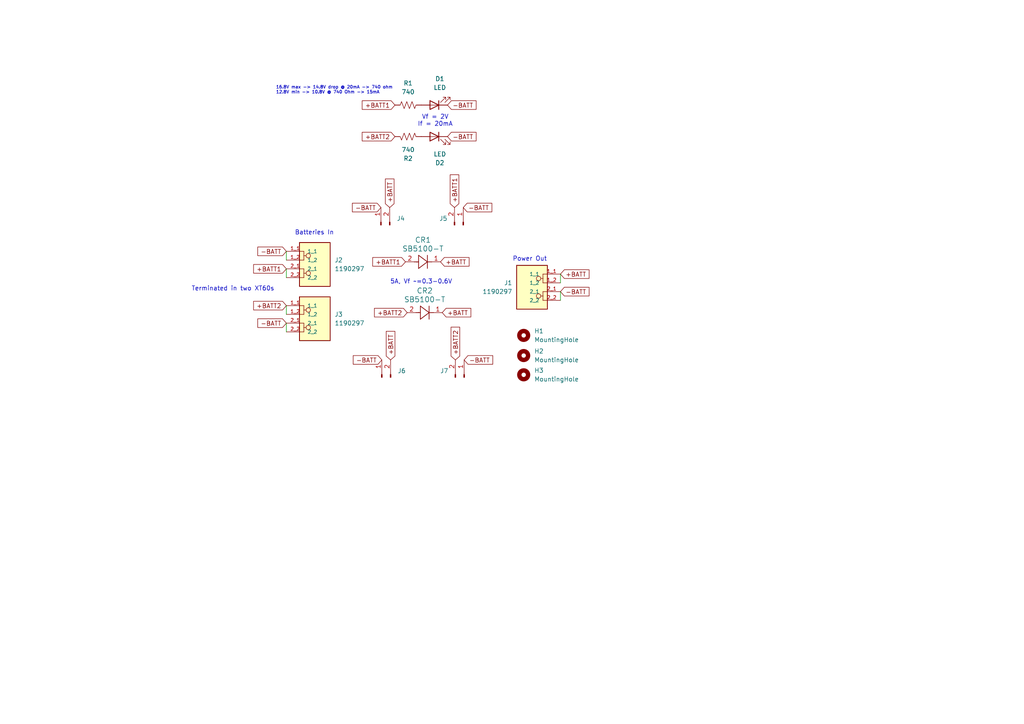
<source format=kicad_sch>
(kicad_sch (version 20231120) (generator "eeschema") (generator_version "8.0")
  (paper "A4")
  (lib_symbols
    (symbol "Connector:Conn_01x02_Pin" (pin_names (offset 1.016) hide)
      (property "Reference" "J" (at 0 2.54 0))
      (property "Value" "Conn_01x02_Pin" (at 0 -5.08 0))
      (symbol "Conn_01x02_Pin_1_1"
        (polyline (pts (xy 1.27 -2.54) (xy 0.8636 -2.54)) (stroke (width 0.1524)))
        (polyline (pts (xy 1.27 0) (xy 0.8636 0)) (stroke (width 0.1524)))
        (rectangle (start 0.8636 -2.413) (end 0 -2.667) (stroke (width 0.1524)) (fill (type outline)))
        (rectangle (start 0.8636 0.127) (end 0 -0.127) (stroke (width 0.1524)) (fill (type outline)))
        (pin passive line (at 5.08 0 180) (length 3.81) (name "Pin_1") (number "1"))
        (pin passive line (at 5.08 -2.54 180) (length 3.81) (name "Pin_2") (number "2"))
      )
    )
    (symbol "Device:LED" (pin_numbers hide) (pin_names (offset 1.016) hide)
      (property "Reference" "D" (at 0 2.54 0))
      (property "Value" "LED" (at 0 -2.54 0))
      (symbol "LED_0_1"
        (polyline (pts (xy -1.27 -1.27) (xy -1.27 1.27)) (stroke (width 0.254)))
        (polyline (pts (xy -1.27 0) (xy 1.27 0)))
        (polyline (pts (xy 1.27 -1.27) (xy 1.27 1.27) (xy -1.27 0) (xy 1.27 -1.27)) (stroke (width 0.254)))
        (polyline (pts (xy -3.048 -0.762) (xy -4.572 -2.286) (xy -3.81 -2.286) (xy -4.572 -2.286) (xy -4.572 -1.524)))
        (polyline (pts (xy -1.778 -0.762) (xy -3.302 -2.286) (xy -2.54 -2.286) (xy -3.302 -2.286) (xy -3.302 -1.524)))
      )
      (symbol "LED_1_1"
        (pin passive line (at -3.81 0 0) (length 2.54) (name "K") (number "1"))
        (pin passive line (at 3.81 0 180) (length 2.54) (name "A") (number "2"))
      )
    )
    (symbol "Device:R_US" (pin_numbers hide) (pin_names (offset 0))
      (property "Reference" "R" (at 2.54 0 90))
      (property "Value" "R_US" (at -2.54 0 90))
      (symbol "R_US_0_1"
        (polyline (pts (xy 0 -2.286) (xy 0 -2.54)))
        (polyline (pts (xy 0 2.286) (xy 0 2.54)))
        (polyline (pts (xy 0 -0.762) (xy 1.016 -1.143) (xy 0 -1.524) (xy -1.016 -1.905) (xy 0 -2.286)))
        (polyline (pts (xy 0 0.762) (xy 1.016 0.381) (xy 0 0) (xy -1.016 -0.381) (xy 0 -0.762)))
        (polyline (pts (xy 0 2.286) (xy 1.016 1.905) (xy 0 1.524) (xy -1.016 1.143) (xy 0 0.762)))
      )
      (symbol "R_US_1_1"
        (pin passive line (at 0 3.81 270) (length 1.27) (name "~") (number "1"))
        (pin passive line (at 0 -3.81 90) (length 1.27) (name "~") (number "2"))
      )
    )
    (symbol "Imported_Symbols:1190297" (pin_names (offset 1.016))
      (property "Reference" "J" (at -2.54 8.89 0))
      (property "Value" "1190297" (at -2.54 -7.62 0))
      (symbol "1190297_0_0"
        (rectangle (start -3.81 -5.08) (end 5.08 7.62) (stroke (width 0.254)) (fill (type background)))
        (circle (center -1.27 -1.27) (radius 0.635) (stroke (width 0.1524)))
        (circle (center -1.27 3.81) (radius 0.635) (stroke (width 0.1524)))
        (polyline (pts (xy -2.54 -1.27) (xy -2.54 -2.54)) (stroke (width 0.1524)))
        (polyline (pts (xy -2.54 -1.27) (xy -1.905 -1.27)) (stroke (width 0.1524)))
        (polyline (pts (xy -2.54 0) (xy -2.54 -1.27)) (stroke (width 0.1524)))
        (polyline (pts (xy -2.54 3.81) (xy -2.54 2.54)) (stroke (width 0.1524)))
        (polyline (pts (xy -2.54 3.81) (xy -1.905 3.81)) (stroke (width 0.1524)))
        (polyline (pts (xy -2.54 5.08) (xy -2.54 3.81)) (stroke (width 0.1524)))
        (pin passive line (at -7.62 5.08 0) (length 5.08) (name "1_1") (number "1_1"))
        (pin passive line (at -7.62 2.54 0) (length 5.08) (name "1_2") (number "1_2"))
        (pin passive line (at -7.62 0 0) (length 5.08) (name "2_1") (number "2_1"))
        (pin passive line (at -7.62 -2.54 0) (length 5.08) (name "2_2") (number "2_2"))
      )
    )
    (symbol "Imported_Symbols:SB5100-T" (pin_names (offset 0.254))
      (property "Reference" "CR" (at 5.08 4.445 0))
      (property "Value" "SB5100-T" (at 5.08 -3.81 0))
      (symbol "SB5100-T_1_1"
        (polyline (pts (xy 2.54 0) (xy 3.4798 0)) (stroke (width 0.2032)))
        (polyline (pts (xy 3.175 0) (xy 3.81 0)) (stroke (width 0.2032)))
        (polyline (pts (xy 3.81 -1.905) (xy 6.35 0)) (stroke (width 0.2032)))
        (polyline (pts (xy 3.81 1.905) (xy 3.81 -1.905)) (stroke (width 0.2032)))
        (polyline (pts (xy 6.35 -1.905) (xy 6.35 1.905)) (stroke (width 0.2032)))
        (polyline (pts (xy 6.35 0) (xy 3.81 1.905)) (stroke (width 0.2032)))
        (polyline (pts (xy 6.35 0) (xy 7.62 0)) (stroke (width 0.2032)))
        (pin unspecified line (at 10.16 0 180) (length 2.54) (name "") (number "1"))
        (pin unspecified line (at 0 0 0) (length 2.54) (name "") (number "2"))
      )
      (symbol "SB5100-T_1_2"
        (polyline (pts (xy -1.905 3.81) (xy 1.905 3.81)) (stroke (width 0.2032)))
        (polyline (pts (xy 0 2.54) (xy 0 3.4798)) (stroke (width 0.2032)))
        (polyline (pts (xy 0 3.175) (xy 0 3.81)) (stroke (width 0.2032)))
        (polyline (pts (xy 0 6.35) (xy -1.905 3.81)) (stroke (width 0.2032)))
        (polyline (pts (xy 0 6.35) (xy 0 7.62)) (stroke (width 0.2032)))
        (polyline (pts (xy 1.905 3.81) (xy 0 6.35)) (stroke (width 0.2032)))
        (polyline (pts (xy 1.905 6.35) (xy -1.905 6.35)) (stroke (width 0.2032)))
        (pin unspecified line (at 0 10.16 270) (length 2.54) (name "") (number "1"))
        (pin unspecified line (at 0 0 90) (length 2.54) (name "") (number "2"))
      )
    )
    (symbol "Mechanical:MountingHole" (pin_names (offset 1.016)) (exclude_from_sim yes) (in_bom no)
      (property "Reference" "H" (at 0 5.08 0))
      (property "Value" "MountingHole" (at 0 3.175 0))
      (symbol "MountingHole_0_1"
        (circle (center 0 0) (radius 1.27) (stroke (width 1.27)))
      )
    )
  )
  (wire (pts (xy 83.058 93.726) (xy 83.058 96.266)))
  (wire (pts (xy 162.56 79.502) (xy 162.56 82.042)))
  (wire (pts (xy 83.058 88.646) (xy 83.058 91.186)))
  (wire (pts (xy 83.058 77.978) (xy 83.058 80.518)))
  (wire (pts (xy 83.058 72.898) (xy 83.058 75.438)))
  (wire (pts (xy 162.56 84.582) (xy 162.56 87.122)))
  (text "16.8V max -> 14.8V drop @ 20mA -> 740 ohm\n12.8V min -> 10.8V @ 740 Ohm -> 15mA" (at 80.01 26.162 0) (effects (font (size 0.889 0.889)) (justify left)))
  (text "Batteries In" (at 91.186 67.564 0) (effects (font (size 1.27 1.27))))
  (text "Power Out" (at 153.67 75.184 0) (effects (font (size 1.27 1.27))))
  (text "Terminated in two XT60s" (at 67.564 83.82 0) (effects (font (size 1.27 1.27))))
  (text "Vf = 2V\nIf = 20mA" (at 126.238 35.052 0) (effects (font (size 1.27 1.27))))
  (text "5A, Vf ~=0.3-0.6V" (at 122.174 81.788 0) (effects (font (size 1.27 1.27))))
  (global_label "+BATT1" (shape input) (at 131.826 60.198 90) (property "Intersheetrefs" "${INTERSHEET_REFS}" (effects (hide yes))))
  (global_label "+BATT1" (shape input) (at 83.058 77.978 180) (property "Intersheetrefs" "${INTERSHEET_REFS}" (effects (hide yes))))
  (global_label "+BATT" (shape input) (at 128.27 90.678 0) (property "Intersheetrefs" "${INTERSHEET_REFS}" (effects (hide yes))))
  (global_label "-BATT" (shape input) (at 134.366 60.198 0) (property "Intersheetrefs" "${INTERSHEET_REFS}" (effects (hide yes))))
  (global_label "-BATT" (shape input) (at 83.058 93.726 180) (property "Intersheetrefs" "${INTERSHEET_REFS}" (effects (hide yes))))
  (global_label "+BATT" (shape input) (at 113.03 60.198 90) (property "Intersheetrefs" "${INTERSHEET_REFS}" (effects (hide yes))))
  (global_label "+BATT1" (shape input) (at 117.602 75.946 180) (property "Intersheetrefs" "${INTERSHEET_REFS}" (effects (hide yes))))
  (global_label "-BATT" (shape input) (at 110.49 60.198 180) (property "Intersheetrefs" "${INTERSHEET_REFS}" (effects (hide yes))))
  (global_label "+BATT1" (shape input) (at 114.554 30.48 180) (property "Intersheetrefs" "${INTERSHEET_REFS}" (effects (hide yes))))
  (global_label "+BATT" (shape input) (at 113.284 104.394 90) (property "Intersheetrefs" "${INTERSHEET_REFS}" (effects (hide yes))))
  (global_label "+BATT2" (shape input) (at 132.08 104.394 90) (property "Intersheetrefs" "${INTERSHEET_REFS}" (effects (hide yes))))
  (global_label "-BATT" (shape input) (at 129.794 39.624 0) (property "Intersheetrefs" "${INTERSHEET_REFS}" (effects (hide yes))))
  (global_label "-BATT" (shape input) (at 129.794 30.48 0) (property "Intersheetrefs" "${INTERSHEET_REFS}" (effects (hide yes))))
  (global_label "-BATT" (shape input) (at 83.058 72.898 180) (property "Intersheetrefs" "${INTERSHEET_REFS}" (effects (hide yes))))
  (global_label "-BATT" (shape input) (at 162.56 84.582 0) (property "Intersheetrefs" "${INTERSHEET_REFS}" (effects (hide yes))))
  (global_label "+BATT2" (shape input) (at 114.554 39.624 180) (property "Intersheetrefs" "${INTERSHEET_REFS}" (effects (hide yes))))
  (global_label "+BATT" (shape input) (at 127.762 75.946 0) (property "Intersheetrefs" "${INTERSHEET_REFS}" (effects (hide yes))))
  (global_label "+BATT2" (shape input) (at 118.11 90.678 180) (property "Intersheetrefs" "${INTERSHEET_REFS}" (effects (hide yes))))
  (global_label "-BATT" (shape input) (at 110.744 104.394 180) (property "Intersheetrefs" "${INTERSHEET_REFS}" (effects (hide yes))))
  (global_label "+BATT" (shape input) (at 162.56 79.502 0) (property "Intersheetrefs" "${INTERSHEET_REFS}" (effects (hide yes))))
  (global_label "-BATT" (shape input) (at 134.62 104.394 0) (property "Intersheetrefs" "${INTERSHEET_REFS}" (effects (hide yes))))
  (global_label "+BATT2" (shape input) (at 83.058 88.646 180) (property "Intersheetrefs" "${INTERSHEET_REFS}" (effects (hide yes))))
  (symbol (lib_id "Mechanical:MountingHole") (at 151.892 108.712 0) (unit 1) (exclude_from_sim yes) (in_bom no)
    (property "Reference" "H3" (at 154.94 107.4419 0) (effects (justify left)))
    (property "Value" "MountingHole" (at 154.94 109.9819 0) (effects (justify left)))
    (property "Footprint" "MountingHole:MountingHole_3.2mm_M3" (effects (hide yes)))
    (property "Description" "Mounting Hole without connection" (effects (hide yes)))
  )
  (symbol (lib_id "Mechanical:MountingHole") (at 151.892 97.282 0) (unit 1) (exclude_from_sim yes) (in_bom no)
    (property "Reference" "H1" (at 154.94 96.0119 0) (effects (justify left)))
    (property "Value" "MountingHole" (at 154.94 98.5519 0) (effects (justify left)))
    (property "Footprint" "MountingHole:MountingHole_3.2mm_M3" (effects (hide yes)))
    (property "Description" "Mounting Hole without connection" (effects (hide yes)))
  )
  (symbol (lib_id "Imported_Symbols:SB5100-T") (at 117.602 75.946 0) (unit 1)
    (property "Reference" "CR1" (at 122.682 69.596 0) (effects (font (size 1.524 1.524))))
    (property "Value" "SB5100-T" (at 122.682 72.136 0) (effects (font (size 1.524 1.524))))
    (property "Footprint" "Imported_Footprints:DO-201AD_DIO" (effects (hide yes)))
    (property "Datasheet" "https://mm.digikey.com/Volume0/opasdata/d220001/medias/docus/2332/SB570-5100.pdf?_gl=1*cqx0xn*_up*MQ..*_gs*MQ..&gclid=Cj0KCQjw7dm-BhCoARIsALFk4v_ax7PKoQyD0EvaEpUQIpD55tLnV3UT5oUbWRrxMN-eW0mLgjQTOgkaAoUOEALw_wcB&gclsrc=aw.ds" (effects (hide yes)))
    (property "Supplier 1" "https://www.digikey.com/en/products/detail/diodes-incorporated/SB5100-T/278636?_gl=1*cqx0xn*_up*MQ..*_gs*MQ..&gclid=Cj0KCQjw7dm-BhCoARIsALFk4v_ax7PKoQyD0EvaEpUQIpD55tLnV3UT5oUbWRrxMN-eW0mLgjQTOgkaAoUOEALw_wcB&gclsrc=aw.ds" (effects (hide yes)))
    (property "Supplier 1 S/N" "SB5100DICT-ND" (effects (hide yes)))
  )
  (symbol (lib_id "Device:R_US") (at 118.364 30.48 90) (unit 1)
    (property "Reference" "R1" (at 118.364 24.13 90))
    (property "Value" "740" (at 118.364 26.67 90))
    (property "Footprint" "Resistor_SMD:R_0805_2012Metric_Pad1.20x1.40mm_HandSolder" (effects (hide yes)))
    (property "Description" "Resistor, US symbol" (effects (hide yes)))
  )
  (symbol (lib_id "Connector:Conn_01x02_Pin") (at 110.49 65.278 90) (unit 1)
    (property "Reference" "J4" (at 115.062 63.3729 90) (effects (justify right)))
    (property "Value" "Conn_01x02_Pin" (effects (hide yes)))
    (property "Footprint" "Connector_AMASS:AMASS_XT60-M_1x02_P7.20mm_Vertical" (effects (hide yes)))
    (property "Description" "Generic connector, single row, 01x02, script generated" (effects (hide yes)))
  )
  (symbol (lib_id "Imported_Symbols:1190297") (at 90.678 77.978 0) (unit 1)
    (property "Reference" "J2" (at 97.028 75.4379 0) (effects (justify left)))
    (property "Value" "1190297" (at 97.028 77.9779 0) (effects (justify left)))
    (property "Footprint" "Imported_Footprints:PHOENIX_1190297" (effects (hide yes)))
    (property "Datasheet" "https://mm.digikey.com/Volume0/opasdata/d220001/medias/docus/2862/1190297_00_en_00.pdf" (effects (hide yes)))
    (property "PARTREV" "03.11.2020" (effects (hide yes)))
    (property "STANDARD" "Manufacturer Recommendations" (effects (hide yes)))
    (property "MAXIMUM_PACKAGE_HEIGHT" "23.58mm" (effects (hide yes)))
    (property "MANUFACTURER" "Phoenix Contact" (effects (hide yes)))
    (property "Supplier 1" "https://www.digikey.com/en/products/detail/phoenix-contact/1190297/14680919" (effects (hide yes)))
    (property "Supplier 1 S/N" "277-1190297-ND" (effects (hide yes)))
  )
  (symbol (lib_id "Imported_Symbols:SB5100-T") (at 118.11 90.678 0) (unit 1)
    (property "Reference" "CR2" (at 123.19 84.328 0) (effects (font (size 1.524 1.524))))
    (property "Value" "SB5100-T" (at 123.19 86.868 0) (effects (font (size 1.524 1.524))))
    (property "Footprint" "Imported_Footprints:DO-201AD_DIO" (effects (hide yes)))
    (property "Datasheet" "https://mm.digikey.com/Volume0/opasdata/d220001/medias/docus/2332/SB570-5100.pdf?_gl=1*cqx0xn*_up*MQ..*_gs*MQ..&gclid=Cj0KCQjw7dm-BhCoARIsALFk4v_ax7PKoQyD0EvaEpUQIpD55tLnV3UT5oUbWRrxMN-eW0mLgjQTOgkaAoUOEALw_wcB&gclsrc=aw.ds" (effects (hide yes)))
    (property "Supplier 1" "https://www.digikey.com/en/products/detail/diodes-incorporated/SB5100-T/278636?_gl=1*cqx0xn*_up*MQ..*_gs*MQ..&gclid=Cj0KCQjw7dm-BhCoARIsALFk4v_ax7PKoQyD0EvaEpUQIpD55tLnV3UT5oUbWRrxMN-eW0mLgjQTOgkaAoUOEALw_wcB&gclsrc=aw.ds" (effects (hide yes)))
    (property "Supplier 1 S/N" "SB5100DICT-ND" (effects (hide yes)))
  )
  (symbol (lib_id "Connector:Conn_01x02_Pin") (at 134.366 65.278 270) (mirror x) (unit 1)
    (property "Reference" "J5" (at 129.794 63.3729 90) (effects (justify right)))
    (property "Value" "Conn_01x02_Pin" (effects (hide yes)))
    (property "Footprint" "Connector_AMASS:AMASS_XT60-F_1x02_P7.20mm_Vertical" (effects (hide yes)))
    (property "Description" "Generic connector, single row, 01x02, script generated" (effects (hide yes)))
  )
  (symbol (lib_id "Connector:Conn_01x02_Pin") (at 110.744 109.474 90) (unit 1)
    (property "Reference" "J6" (at 115.316 107.5689 90) (effects (justify right)))
    (property "Value" "Conn_01x02_Pin" (effects (hide yes)))
    (property "Footprint" "Connector_AMASS:AMASS_XT60-M_1x02_P7.20mm_Vertical" (effects (hide yes)))
    (property "Description" "Generic connector, single row, 01x02, script generated" (effects (hide yes)))
  )
  (symbol (lib_id "Device:LED") (at 125.984 30.48 180) (unit 1)
    (property "Reference" "D1" (at 127.5715 22.86 0))
    (property "Value" "LED" (at 127.5715 25.4 0))
    (property "Footprint" "LED_THT:LED_D4.0mm" (effects (hide yes)))
    (property "Description" "Light emitting diode" (effects (hide yes)))
    (property "Supplier 1" "https://www.digikey.com/en/products/detail/liteon/LTL1CHKRKNN/573558" (effects (hide yes)))
    (property "Supplier 1 S/N" "160-1661-ND" (effects (hide yes)))
  )
  (symbol (lib_id "Device:LED") (at 125.984 39.624 0) (mirror y) (unit 1)
    (property "Reference" "D2" (at 127.5715 47.244 0))
    (property "Value" "LED" (at 127.5715 44.704 0))
    (property "Footprint" "LED_THT:LED_D4.0mm" (effects (hide yes)))
    (property "Description" "Light emitting diode" (effects (hide yes)))
    (property "Supplier 1" "https://www.digikey.com/en/products/detail/liteon/LTL1CHKRKNN/573558" (effects (hide yes)))
    (property "Supplier 1 S/N" "160-1661-ND" (effects (hide yes)))
  )
  (symbol (lib_id "Imported_Symbols:1190297") (at 154.94 84.582 0) (mirror y) (unit 1)
    (property "Reference" "J1" (at 148.59 82.0419 0) (effects (justify left)))
    (property "Value" "1190297" (at 148.59 84.5819 0) (effects (justify left)))
    (property "Footprint" "Imported_Footprints:PHOENIX_1190297" (effects (hide yes)))
    (property "Datasheet" "https://mm.digikey.com/Volume0/opasdata/d220001/medias/docus/2862/1190297_00_en_00.pdf" (effects (hide yes)))
    (property "PARTREV" "03.11.2020" (effects (hide yes)))
    (property "STANDARD" "Manufacturer Recommendations" (effects (hide yes)))
    (property "MAXIMUM_PACKAGE_HEIGHT" "23.58mm" (effects (hide yes)))
    (property "MANUFACTURER" "Phoenix Contact" (effects (hide yes)))
    (property "Supplier 1" "https://www.digikey.com/en/products/detail/phoenix-contact/1190297/14680919" (effects (hide yes)))
    (property "Supplier 1 S/N" "277-1190297-ND" (effects (hide yes)))
  )
  (symbol (lib_id "Connector:Conn_01x02_Pin") (at 134.62 109.474 270) (mirror x) (unit 1)
    (property "Reference" "J7" (at 130.048 107.5689 90) (effects (justify right)))
    (property "Value" "Conn_01x02_Pin" (effects (hide yes)))
    (property "Footprint" "Connector_AMASS:AMASS_XT60-F_1x02_P7.20mm_Vertical" (effects (hide yes)))
    (property "Description" "Generic connector, single row, 01x02, script generated" (effects (hide yes)))
  )
  (symbol (lib_id "Imported_Symbols:1190297") (at 90.678 93.726 0) (unit 1)
    (property "Reference" "J3" (at 97.028 91.1859 0) (effects (justify left)))
    (property "Value" "1190297" (at 97.028 93.7259 0) (effects (justify left)))
    (property "Footprint" "Imported_Footprints:PHOENIX_1190297" (effects (hide yes)))
    (property "Datasheet" "https://mm.digikey.com/Volume0/opasdata/d220001/medias/docus/2862/1190297_00_en_00.pdf" (effects (hide yes)))
    (property "PARTREV" "03.11.2020" (effects (hide yes)))
    (property "STANDARD" "Manufacturer Recommendations" (effects (hide yes)))
    (property "MAXIMUM_PACKAGE_HEIGHT" "23.58mm" (effects (hide yes)))
    (property "MANUFACTURER" "Phoenix Contact" (effects (hide yes)))
    (property "Supplier 1" "https://www.digikey.com/en/products/detail/phoenix-contact/1190297/14680919" (effects (hide yes)))
    (property "Supplier 1 S/N" "277-1190297-ND" (effects (hide yes)))
  )
  (symbol (lib_id "Device:R_US") (at 118.364 39.624 90) (mirror x) (unit 1)
    (property "Reference" "R2" (at 118.364 45.974 90))
    (property "Value" "740" (at 118.364 43.434 90))
    (property "Footprint" "Resistor_SMD:R_0805_2012Metric_Pad1.20x1.40mm_HandSolder" (effects (hide yes)))
    (property "Description" "Resistor, US symbol" (effects (hide yes)))
  )
  (symbol (lib_id "Mechanical:MountingHole") (at 151.892 103.124 0) (unit 1) (exclude_from_sim yes) (in_bom no)
    (property "Reference" "H2" (at 154.94 101.8539 0) (effects (justify left)))
    (property "Value" "MountingHole" (at 154.94 104.3939 0) (effects (justify left)))
    (property "Footprint" "MountingHole:MountingHole_3.2mm_M3" (effects (hide yes)))
    (property "Description" "Mounting Hole without connection" (effects (hide yes)))
  )
)
</source>
